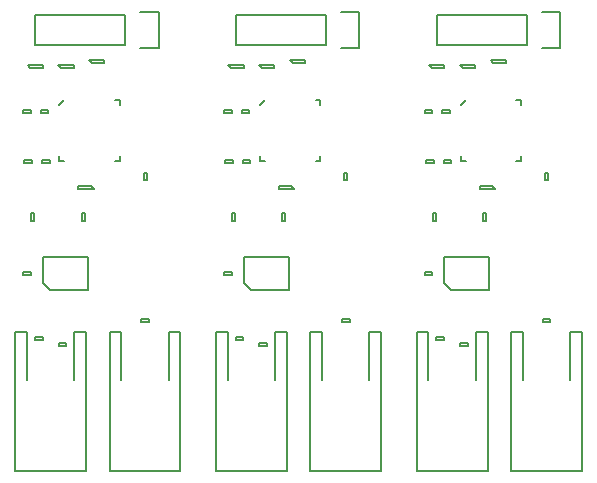
<source format=gto>
G04 #@! TF.FileFunction,Legend,Top*
%FSLAX46Y46*%
G04 Gerber Fmt 4.6, Leading zero omitted, Abs format (unit mm)*
G04 Created by KiCad (PCBNEW 4.0.2-4+6225~38~ubuntu15.10.1-stable) date Mon 28 Mar 2016 23:59:24 BST*
%MOMM*%
G01*
G04 APERTURE LIST*
%ADD10C,0.100000*%
%ADD11C,0.150000*%
G04 APERTURE END LIST*
D10*
D11*
X118845000Y-98825000D02*
X118845000Y-96575000D01*
X118845000Y-96575000D02*
X122655000Y-96575000D01*
X122655000Y-96575000D02*
X122655000Y-99425000D01*
X122655000Y-99425000D02*
X119445000Y-99425000D01*
X119445000Y-99425000D02*
X118845000Y-98825000D01*
X122500000Y-114700000D02*
X116500000Y-114700000D01*
X116500000Y-114700000D02*
X116500000Y-103000000D01*
X116500000Y-103000000D02*
X117500000Y-103000000D01*
X117500000Y-103000000D02*
X117500000Y-107000000D01*
X122500000Y-114700000D02*
X122500000Y-103000000D01*
X122500000Y-103000000D02*
X121500000Y-103000000D01*
X121500000Y-103000000D02*
X121500000Y-107000000D01*
X117875000Y-92925000D02*
X118125000Y-92925000D01*
X118125000Y-92925000D02*
X118125000Y-93575000D01*
X118125000Y-93575000D02*
X117875000Y-93575000D01*
X117875000Y-93575000D02*
X117875000Y-92925000D01*
X117175000Y-84425000D02*
X117175000Y-84175000D01*
X117175000Y-84175000D02*
X117825000Y-84175000D01*
X117825000Y-84175000D02*
X117825000Y-84425000D01*
X117825000Y-84425000D02*
X117175000Y-84425000D01*
X118675000Y-84425000D02*
X118675000Y-84175000D01*
X118675000Y-84175000D02*
X119325000Y-84175000D01*
X119325000Y-84175000D02*
X119325000Y-84425000D01*
X119325000Y-84425000D02*
X118675000Y-84425000D01*
X119425000Y-88375000D02*
X119425000Y-88625000D01*
X119425000Y-88625000D02*
X118775000Y-88625000D01*
X118775000Y-88625000D02*
X118775000Y-88375000D01*
X118775000Y-88375000D02*
X119425000Y-88375000D01*
X127375000Y-89475000D02*
X127625000Y-89475000D01*
X127625000Y-89475000D02*
X127625000Y-90125000D01*
X127625000Y-90125000D02*
X127375000Y-90125000D01*
X127375000Y-90125000D02*
X127375000Y-89475000D01*
X127825000Y-101875000D02*
X127825000Y-102125000D01*
X127825000Y-102125000D02*
X127175000Y-102125000D01*
X127175000Y-102125000D02*
X127175000Y-101875000D01*
X127175000Y-101875000D02*
X127825000Y-101875000D01*
X122375000Y-93575000D02*
X122125000Y-93575000D01*
X122125000Y-93575000D02*
X122125000Y-92925000D01*
X122125000Y-92925000D02*
X122375000Y-92925000D01*
X122375000Y-92925000D02*
X122375000Y-93575000D01*
X130500000Y-114700000D02*
X124500000Y-114700000D01*
X124500000Y-114700000D02*
X124500000Y-103000000D01*
X124500000Y-103000000D02*
X125500000Y-103000000D01*
X125500000Y-103000000D02*
X125500000Y-107000000D01*
X130500000Y-114700000D02*
X130500000Y-103000000D01*
X130500000Y-103000000D02*
X129500000Y-103000000D01*
X129500000Y-103000000D02*
X129500000Y-107000000D01*
X125830000Y-76130000D02*
X118210000Y-76130000D01*
X125830000Y-78670000D02*
X118210000Y-78670000D01*
X128650000Y-78950000D02*
X127100000Y-78950000D01*
X118210000Y-76130000D02*
X118210000Y-78670000D01*
X125830000Y-78670000D02*
X125830000Y-76130000D01*
X127100000Y-75850000D02*
X128650000Y-75850000D01*
X128650000Y-75850000D02*
X128650000Y-78950000D01*
X117825000Y-97875000D02*
X117825000Y-98125000D01*
X117825000Y-98125000D02*
X117175000Y-98125000D01*
X117175000Y-98125000D02*
X117175000Y-97875000D01*
X117175000Y-97875000D02*
X117825000Y-97875000D01*
X120250000Y-83750000D02*
X120650000Y-83350000D01*
X124950000Y-83350000D02*
X125350000Y-83350000D01*
X125350000Y-83350000D02*
X125350000Y-83750000D01*
X124950000Y-88450000D02*
X125350000Y-88450000D01*
X125350000Y-88450000D02*
X125350000Y-88050000D01*
X120650000Y-88450000D02*
X120250000Y-88450000D01*
X120250000Y-88450000D02*
X120250000Y-88050000D01*
X122750000Y-79975000D02*
X122750000Y-79975000D01*
X122750000Y-79975000D02*
X124050000Y-79975000D01*
X124050000Y-79975000D02*
X124050000Y-80225000D01*
X124050000Y-80225000D02*
X123000000Y-80225000D01*
X123000000Y-80225000D02*
X122750000Y-79975000D01*
X120150000Y-80375000D02*
X120150000Y-80375000D01*
X120150000Y-80375000D02*
X121450000Y-80375000D01*
X121450000Y-80375000D02*
X121450000Y-80625000D01*
X121450000Y-80625000D02*
X120400000Y-80625000D01*
X120400000Y-80625000D02*
X120150000Y-80375000D01*
X117550000Y-80375000D02*
X117550000Y-80375000D01*
X117550000Y-80375000D02*
X118850000Y-80375000D01*
X118850000Y-80375000D02*
X118850000Y-80625000D01*
X118850000Y-80625000D02*
X117800000Y-80625000D01*
X117800000Y-80625000D02*
X117550000Y-80375000D01*
X123150000Y-90825000D02*
X123150000Y-90825000D01*
X123150000Y-90825000D02*
X121850000Y-90825000D01*
X121850000Y-90825000D02*
X121850000Y-90575000D01*
X121850000Y-90575000D02*
X122900000Y-90575000D01*
X122900000Y-90575000D02*
X123150000Y-90825000D01*
X117925000Y-88375000D02*
X117925000Y-88625000D01*
X117925000Y-88625000D02*
X117275000Y-88625000D01*
X117275000Y-88625000D02*
X117275000Y-88375000D01*
X117275000Y-88375000D02*
X117925000Y-88375000D01*
X120825000Y-103875000D02*
X120825000Y-104125000D01*
X120825000Y-104125000D02*
X120175000Y-104125000D01*
X120175000Y-104125000D02*
X120175000Y-103875000D01*
X120175000Y-103875000D02*
X120825000Y-103875000D01*
X118825000Y-103375000D02*
X118825000Y-103625000D01*
X118825000Y-103625000D02*
X118175000Y-103625000D01*
X118175000Y-103625000D02*
X118175000Y-103375000D01*
X118175000Y-103375000D02*
X118825000Y-103375000D01*
X118845000Y-98825000D02*
X118845000Y-96575000D01*
X118845000Y-96575000D02*
X122655000Y-96575000D01*
X122655000Y-96575000D02*
X122655000Y-99425000D01*
X122655000Y-99425000D02*
X119445000Y-99425000D01*
X119445000Y-99425000D02*
X118845000Y-98825000D01*
X122500000Y-114700000D02*
X116500000Y-114700000D01*
X116500000Y-114700000D02*
X116500000Y-103000000D01*
X116500000Y-103000000D02*
X117500000Y-103000000D01*
X117500000Y-103000000D02*
X117500000Y-107000000D01*
X122500000Y-114700000D02*
X122500000Y-103000000D01*
X122500000Y-103000000D02*
X121500000Y-103000000D01*
X121500000Y-103000000D02*
X121500000Y-107000000D01*
X117875000Y-92925000D02*
X118125000Y-92925000D01*
X118125000Y-92925000D02*
X118125000Y-93575000D01*
X118125000Y-93575000D02*
X117875000Y-93575000D01*
X117875000Y-93575000D02*
X117875000Y-92925000D01*
X117175000Y-84425000D02*
X117175000Y-84175000D01*
X117175000Y-84175000D02*
X117825000Y-84175000D01*
X117825000Y-84175000D02*
X117825000Y-84425000D01*
X117825000Y-84425000D02*
X117175000Y-84425000D01*
X118675000Y-84425000D02*
X118675000Y-84175000D01*
X118675000Y-84175000D02*
X119325000Y-84175000D01*
X119325000Y-84175000D02*
X119325000Y-84425000D01*
X119325000Y-84425000D02*
X118675000Y-84425000D01*
X119425000Y-88375000D02*
X119425000Y-88625000D01*
X119425000Y-88625000D02*
X118775000Y-88625000D01*
X118775000Y-88625000D02*
X118775000Y-88375000D01*
X118775000Y-88375000D02*
X119425000Y-88375000D01*
X127375000Y-89475000D02*
X127625000Y-89475000D01*
X127625000Y-89475000D02*
X127625000Y-90125000D01*
X127625000Y-90125000D02*
X127375000Y-90125000D01*
X127375000Y-90125000D02*
X127375000Y-89475000D01*
X127825000Y-101875000D02*
X127825000Y-102125000D01*
X127825000Y-102125000D02*
X127175000Y-102125000D01*
X127175000Y-102125000D02*
X127175000Y-101875000D01*
X127175000Y-101875000D02*
X127825000Y-101875000D01*
X122375000Y-93575000D02*
X122125000Y-93575000D01*
X122125000Y-93575000D02*
X122125000Y-92925000D01*
X122125000Y-92925000D02*
X122375000Y-92925000D01*
X122375000Y-92925000D02*
X122375000Y-93575000D01*
X130500000Y-114700000D02*
X124500000Y-114700000D01*
X124500000Y-114700000D02*
X124500000Y-103000000D01*
X124500000Y-103000000D02*
X125500000Y-103000000D01*
X125500000Y-103000000D02*
X125500000Y-107000000D01*
X130500000Y-114700000D02*
X130500000Y-103000000D01*
X130500000Y-103000000D02*
X129500000Y-103000000D01*
X129500000Y-103000000D02*
X129500000Y-107000000D01*
X125830000Y-76130000D02*
X118210000Y-76130000D01*
X125830000Y-78670000D02*
X118210000Y-78670000D01*
X128650000Y-78950000D02*
X127100000Y-78950000D01*
X118210000Y-76130000D02*
X118210000Y-78670000D01*
X125830000Y-78670000D02*
X125830000Y-76130000D01*
X127100000Y-75850000D02*
X128650000Y-75850000D01*
X128650000Y-75850000D02*
X128650000Y-78950000D01*
X117825000Y-97875000D02*
X117825000Y-98125000D01*
X117825000Y-98125000D02*
X117175000Y-98125000D01*
X117175000Y-98125000D02*
X117175000Y-97875000D01*
X117175000Y-97875000D02*
X117825000Y-97875000D01*
X120250000Y-83750000D02*
X120650000Y-83350000D01*
X124950000Y-83350000D02*
X125350000Y-83350000D01*
X125350000Y-83350000D02*
X125350000Y-83750000D01*
X124950000Y-88450000D02*
X125350000Y-88450000D01*
X125350000Y-88450000D02*
X125350000Y-88050000D01*
X120650000Y-88450000D02*
X120250000Y-88450000D01*
X120250000Y-88450000D02*
X120250000Y-88050000D01*
X122750000Y-79975000D02*
X122750000Y-79975000D01*
X122750000Y-79975000D02*
X124050000Y-79975000D01*
X124050000Y-79975000D02*
X124050000Y-80225000D01*
X124050000Y-80225000D02*
X123000000Y-80225000D01*
X123000000Y-80225000D02*
X122750000Y-79975000D01*
X120150000Y-80375000D02*
X120150000Y-80375000D01*
X120150000Y-80375000D02*
X121450000Y-80375000D01*
X121450000Y-80375000D02*
X121450000Y-80625000D01*
X121450000Y-80625000D02*
X120400000Y-80625000D01*
X120400000Y-80625000D02*
X120150000Y-80375000D01*
X117550000Y-80375000D02*
X117550000Y-80375000D01*
X117550000Y-80375000D02*
X118850000Y-80375000D01*
X118850000Y-80375000D02*
X118850000Y-80625000D01*
X118850000Y-80625000D02*
X117800000Y-80625000D01*
X117800000Y-80625000D02*
X117550000Y-80375000D01*
X123150000Y-90825000D02*
X123150000Y-90825000D01*
X123150000Y-90825000D02*
X121850000Y-90825000D01*
X121850000Y-90825000D02*
X121850000Y-90575000D01*
X121850000Y-90575000D02*
X122900000Y-90575000D01*
X122900000Y-90575000D02*
X123150000Y-90825000D01*
X117925000Y-88375000D02*
X117925000Y-88625000D01*
X117925000Y-88625000D02*
X117275000Y-88625000D01*
X117275000Y-88625000D02*
X117275000Y-88375000D01*
X117275000Y-88375000D02*
X117925000Y-88375000D01*
X120825000Y-103875000D02*
X120825000Y-104125000D01*
X120825000Y-104125000D02*
X120175000Y-104125000D01*
X120175000Y-104125000D02*
X120175000Y-103875000D01*
X120175000Y-103875000D02*
X120825000Y-103875000D01*
X118825000Y-103375000D02*
X118825000Y-103625000D01*
X118825000Y-103625000D02*
X118175000Y-103625000D01*
X118175000Y-103625000D02*
X118175000Y-103375000D01*
X118175000Y-103375000D02*
X118825000Y-103375000D01*
X135845000Y-98825000D02*
X135845000Y-96575000D01*
X135845000Y-96575000D02*
X139655000Y-96575000D01*
X139655000Y-96575000D02*
X139655000Y-99425000D01*
X139655000Y-99425000D02*
X136445000Y-99425000D01*
X136445000Y-99425000D02*
X135845000Y-98825000D01*
X139500000Y-114700000D02*
X133500000Y-114700000D01*
X133500000Y-114700000D02*
X133500000Y-103000000D01*
X133500000Y-103000000D02*
X134500000Y-103000000D01*
X134500000Y-103000000D02*
X134500000Y-107000000D01*
X139500000Y-114700000D02*
X139500000Y-103000000D01*
X139500000Y-103000000D02*
X138500000Y-103000000D01*
X138500000Y-103000000D02*
X138500000Y-107000000D01*
X134875000Y-92925000D02*
X135125000Y-92925000D01*
X135125000Y-92925000D02*
X135125000Y-93575000D01*
X135125000Y-93575000D02*
X134875000Y-93575000D01*
X134875000Y-93575000D02*
X134875000Y-92925000D01*
X134175000Y-84425000D02*
X134175000Y-84175000D01*
X134175000Y-84175000D02*
X134825000Y-84175000D01*
X134825000Y-84175000D02*
X134825000Y-84425000D01*
X134825000Y-84425000D02*
X134175000Y-84425000D01*
X135675000Y-84425000D02*
X135675000Y-84175000D01*
X135675000Y-84175000D02*
X136325000Y-84175000D01*
X136325000Y-84175000D02*
X136325000Y-84425000D01*
X136325000Y-84425000D02*
X135675000Y-84425000D01*
X136425000Y-88375000D02*
X136425000Y-88625000D01*
X136425000Y-88625000D02*
X135775000Y-88625000D01*
X135775000Y-88625000D02*
X135775000Y-88375000D01*
X135775000Y-88375000D02*
X136425000Y-88375000D01*
X144375000Y-89475000D02*
X144625000Y-89475000D01*
X144625000Y-89475000D02*
X144625000Y-90125000D01*
X144625000Y-90125000D02*
X144375000Y-90125000D01*
X144375000Y-90125000D02*
X144375000Y-89475000D01*
X144825000Y-101875000D02*
X144825000Y-102125000D01*
X144825000Y-102125000D02*
X144175000Y-102125000D01*
X144175000Y-102125000D02*
X144175000Y-101875000D01*
X144175000Y-101875000D02*
X144825000Y-101875000D01*
X139375000Y-93575000D02*
X139125000Y-93575000D01*
X139125000Y-93575000D02*
X139125000Y-92925000D01*
X139125000Y-92925000D02*
X139375000Y-92925000D01*
X139375000Y-92925000D02*
X139375000Y-93575000D01*
X147500000Y-114700000D02*
X141500000Y-114700000D01*
X141500000Y-114700000D02*
X141500000Y-103000000D01*
X141500000Y-103000000D02*
X142500000Y-103000000D01*
X142500000Y-103000000D02*
X142500000Y-107000000D01*
X147500000Y-114700000D02*
X147500000Y-103000000D01*
X147500000Y-103000000D02*
X146500000Y-103000000D01*
X146500000Y-103000000D02*
X146500000Y-107000000D01*
X142830000Y-76130000D02*
X135210000Y-76130000D01*
X142830000Y-78670000D02*
X135210000Y-78670000D01*
X145650000Y-78950000D02*
X144100000Y-78950000D01*
X135210000Y-76130000D02*
X135210000Y-78670000D01*
X142830000Y-78670000D02*
X142830000Y-76130000D01*
X144100000Y-75850000D02*
X145650000Y-75850000D01*
X145650000Y-75850000D02*
X145650000Y-78950000D01*
X134825000Y-97875000D02*
X134825000Y-98125000D01*
X134825000Y-98125000D02*
X134175000Y-98125000D01*
X134175000Y-98125000D02*
X134175000Y-97875000D01*
X134175000Y-97875000D02*
X134825000Y-97875000D01*
X137250000Y-83750000D02*
X137650000Y-83350000D01*
X141950000Y-83350000D02*
X142350000Y-83350000D01*
X142350000Y-83350000D02*
X142350000Y-83750000D01*
X141950000Y-88450000D02*
X142350000Y-88450000D01*
X142350000Y-88450000D02*
X142350000Y-88050000D01*
X137650000Y-88450000D02*
X137250000Y-88450000D01*
X137250000Y-88450000D02*
X137250000Y-88050000D01*
X139750000Y-79975000D02*
X139750000Y-79975000D01*
X139750000Y-79975000D02*
X141050000Y-79975000D01*
X141050000Y-79975000D02*
X141050000Y-80225000D01*
X141050000Y-80225000D02*
X140000000Y-80225000D01*
X140000000Y-80225000D02*
X139750000Y-79975000D01*
X137150000Y-80375000D02*
X137150000Y-80375000D01*
X137150000Y-80375000D02*
X138450000Y-80375000D01*
X138450000Y-80375000D02*
X138450000Y-80625000D01*
X138450000Y-80625000D02*
X137400000Y-80625000D01*
X137400000Y-80625000D02*
X137150000Y-80375000D01*
X134550000Y-80375000D02*
X134550000Y-80375000D01*
X134550000Y-80375000D02*
X135850000Y-80375000D01*
X135850000Y-80375000D02*
X135850000Y-80625000D01*
X135850000Y-80625000D02*
X134800000Y-80625000D01*
X134800000Y-80625000D02*
X134550000Y-80375000D01*
X140150000Y-90825000D02*
X140150000Y-90825000D01*
X140150000Y-90825000D02*
X138850000Y-90825000D01*
X138850000Y-90825000D02*
X138850000Y-90575000D01*
X138850000Y-90575000D02*
X139900000Y-90575000D01*
X139900000Y-90575000D02*
X140150000Y-90825000D01*
X134925000Y-88375000D02*
X134925000Y-88625000D01*
X134925000Y-88625000D02*
X134275000Y-88625000D01*
X134275000Y-88625000D02*
X134275000Y-88375000D01*
X134275000Y-88375000D02*
X134925000Y-88375000D01*
X137825000Y-103875000D02*
X137825000Y-104125000D01*
X137825000Y-104125000D02*
X137175000Y-104125000D01*
X137175000Y-104125000D02*
X137175000Y-103875000D01*
X137175000Y-103875000D02*
X137825000Y-103875000D01*
X135825000Y-103375000D02*
X135825000Y-103625000D01*
X135825000Y-103625000D02*
X135175000Y-103625000D01*
X135175000Y-103625000D02*
X135175000Y-103375000D01*
X135175000Y-103375000D02*
X135825000Y-103375000D01*
X152845000Y-98825000D02*
X152845000Y-96575000D01*
X152845000Y-96575000D02*
X156655000Y-96575000D01*
X156655000Y-96575000D02*
X156655000Y-99425000D01*
X156655000Y-99425000D02*
X153445000Y-99425000D01*
X153445000Y-99425000D02*
X152845000Y-98825000D01*
X156500000Y-114700000D02*
X150500000Y-114700000D01*
X150500000Y-114700000D02*
X150500000Y-103000000D01*
X150500000Y-103000000D02*
X151500000Y-103000000D01*
X151500000Y-103000000D02*
X151500000Y-107000000D01*
X156500000Y-114700000D02*
X156500000Y-103000000D01*
X156500000Y-103000000D02*
X155500000Y-103000000D01*
X155500000Y-103000000D02*
X155500000Y-107000000D01*
X151875000Y-92925000D02*
X152125000Y-92925000D01*
X152125000Y-92925000D02*
X152125000Y-93575000D01*
X152125000Y-93575000D02*
X151875000Y-93575000D01*
X151875000Y-93575000D02*
X151875000Y-92925000D01*
X151175000Y-84425000D02*
X151175000Y-84175000D01*
X151175000Y-84175000D02*
X151825000Y-84175000D01*
X151825000Y-84175000D02*
X151825000Y-84425000D01*
X151825000Y-84425000D02*
X151175000Y-84425000D01*
X152675000Y-84425000D02*
X152675000Y-84175000D01*
X152675000Y-84175000D02*
X153325000Y-84175000D01*
X153325000Y-84175000D02*
X153325000Y-84425000D01*
X153325000Y-84425000D02*
X152675000Y-84425000D01*
X153425000Y-88375000D02*
X153425000Y-88625000D01*
X153425000Y-88625000D02*
X152775000Y-88625000D01*
X152775000Y-88625000D02*
X152775000Y-88375000D01*
X152775000Y-88375000D02*
X153425000Y-88375000D01*
X161375000Y-89475000D02*
X161625000Y-89475000D01*
X161625000Y-89475000D02*
X161625000Y-90125000D01*
X161625000Y-90125000D02*
X161375000Y-90125000D01*
X161375000Y-90125000D02*
X161375000Y-89475000D01*
X161825000Y-101875000D02*
X161825000Y-102125000D01*
X161825000Y-102125000D02*
X161175000Y-102125000D01*
X161175000Y-102125000D02*
X161175000Y-101875000D01*
X161175000Y-101875000D02*
X161825000Y-101875000D01*
X156375000Y-93575000D02*
X156125000Y-93575000D01*
X156125000Y-93575000D02*
X156125000Y-92925000D01*
X156125000Y-92925000D02*
X156375000Y-92925000D01*
X156375000Y-92925000D02*
X156375000Y-93575000D01*
X164500000Y-114700000D02*
X158500000Y-114700000D01*
X158500000Y-114700000D02*
X158500000Y-103000000D01*
X158500000Y-103000000D02*
X159500000Y-103000000D01*
X159500000Y-103000000D02*
X159500000Y-107000000D01*
X164500000Y-114700000D02*
X164500000Y-103000000D01*
X164500000Y-103000000D02*
X163500000Y-103000000D01*
X163500000Y-103000000D02*
X163500000Y-107000000D01*
X159830000Y-76130000D02*
X152210000Y-76130000D01*
X159830000Y-78670000D02*
X152210000Y-78670000D01*
X162650000Y-78950000D02*
X161100000Y-78950000D01*
X152210000Y-76130000D02*
X152210000Y-78670000D01*
X159830000Y-78670000D02*
X159830000Y-76130000D01*
X161100000Y-75850000D02*
X162650000Y-75850000D01*
X162650000Y-75850000D02*
X162650000Y-78950000D01*
X151825000Y-97875000D02*
X151825000Y-98125000D01*
X151825000Y-98125000D02*
X151175000Y-98125000D01*
X151175000Y-98125000D02*
X151175000Y-97875000D01*
X151175000Y-97875000D02*
X151825000Y-97875000D01*
X154250000Y-83750000D02*
X154650000Y-83350000D01*
X158950000Y-83350000D02*
X159350000Y-83350000D01*
X159350000Y-83350000D02*
X159350000Y-83750000D01*
X158950000Y-88450000D02*
X159350000Y-88450000D01*
X159350000Y-88450000D02*
X159350000Y-88050000D01*
X154650000Y-88450000D02*
X154250000Y-88450000D01*
X154250000Y-88450000D02*
X154250000Y-88050000D01*
X156750000Y-79975000D02*
X156750000Y-79975000D01*
X156750000Y-79975000D02*
X158050000Y-79975000D01*
X158050000Y-79975000D02*
X158050000Y-80225000D01*
X158050000Y-80225000D02*
X157000000Y-80225000D01*
X157000000Y-80225000D02*
X156750000Y-79975000D01*
X154150000Y-80375000D02*
X154150000Y-80375000D01*
X154150000Y-80375000D02*
X155450000Y-80375000D01*
X155450000Y-80375000D02*
X155450000Y-80625000D01*
X155450000Y-80625000D02*
X154400000Y-80625000D01*
X154400000Y-80625000D02*
X154150000Y-80375000D01*
X151550000Y-80375000D02*
X151550000Y-80375000D01*
X151550000Y-80375000D02*
X152850000Y-80375000D01*
X152850000Y-80375000D02*
X152850000Y-80625000D01*
X152850000Y-80625000D02*
X151800000Y-80625000D01*
X151800000Y-80625000D02*
X151550000Y-80375000D01*
X157150000Y-90825000D02*
X157150000Y-90825000D01*
X157150000Y-90825000D02*
X155850000Y-90825000D01*
X155850000Y-90825000D02*
X155850000Y-90575000D01*
X155850000Y-90575000D02*
X156900000Y-90575000D01*
X156900000Y-90575000D02*
X157150000Y-90825000D01*
X151925000Y-88375000D02*
X151925000Y-88625000D01*
X151925000Y-88625000D02*
X151275000Y-88625000D01*
X151275000Y-88625000D02*
X151275000Y-88375000D01*
X151275000Y-88375000D02*
X151925000Y-88375000D01*
X154825000Y-103875000D02*
X154825000Y-104125000D01*
X154825000Y-104125000D02*
X154175000Y-104125000D01*
X154175000Y-104125000D02*
X154175000Y-103875000D01*
X154175000Y-103875000D02*
X154825000Y-103875000D01*
X152825000Y-103375000D02*
X152825000Y-103625000D01*
X152825000Y-103625000D02*
X152175000Y-103625000D01*
X152175000Y-103625000D02*
X152175000Y-103375000D01*
X152175000Y-103375000D02*
X152825000Y-103375000D01*
M02*

</source>
